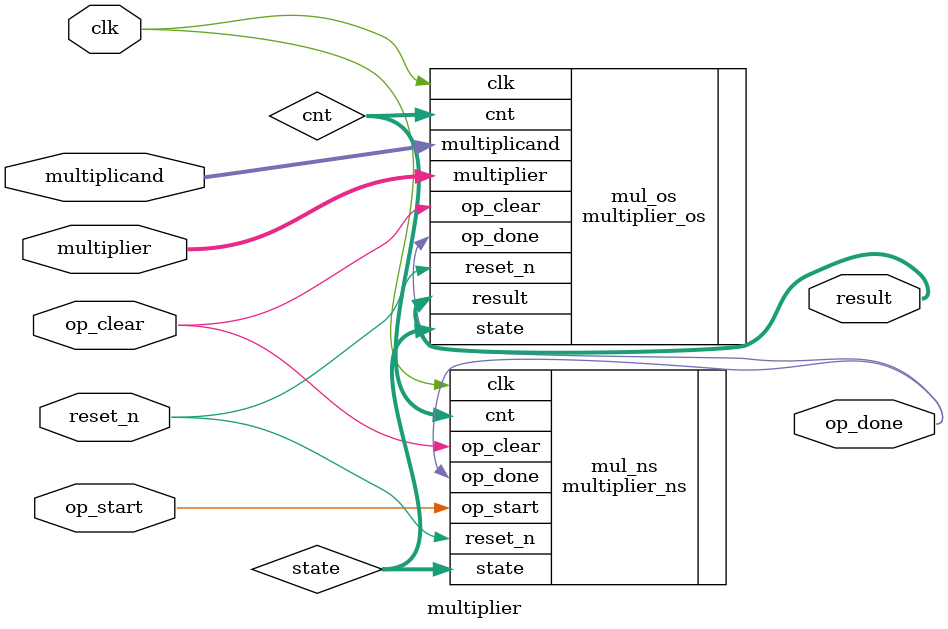
<source format=v>
module multiplier(op_done, result, clk, reset_n, multiplier, multiplicand, op_start, op_clear);
	input clk, reset_n, op_start, op_clear;	//clock, active-low reset, start/clear opearation
	input[63:0] multiplier, multiplicand;		//two inputs
	
	output op_done;			//done operations
	output [127:0] result;	//128-bit result
	
	wire [6:0] cnt;			//64-cycle counter
	wire [1:0] state;			//current state
	
	//instances of multiplier_ns and multiplier_os
	multiplier_ns mul_ns (.state(state), .clk(clk), .reset_n(reset_n), 
	.cnt(cnt), .op_start(op_start), .op_clear(op_clear), .op_done(op_done));
	
	multiplier_os mul_os (.op_done(op_done), .result(result), .op_clear(op_clear), .clk(clk), 
	.reset_n(reset_n), .cnt(cnt), .multiplier(multiplier), .multiplicand(multiplicand), .state(state));
endmodule

</source>
